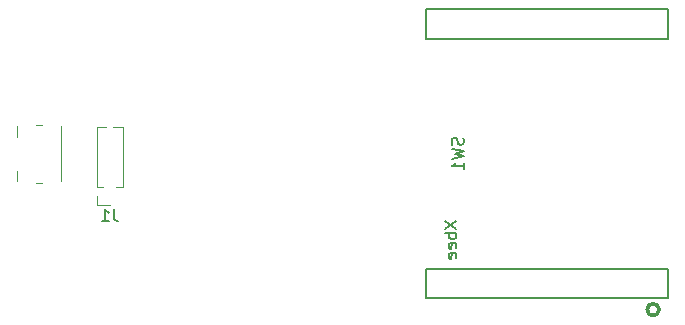
<source format=gbo>
G04 #@! TF.GenerationSoftware,KiCad,Pcbnew,(6.0.1)*
G04 #@! TF.CreationDate,2022-04-06T23:24:07+09:00*
G04 #@! TF.ProjectId,xbee-gyro20220207,78626565-2d67-4797-926f-323032323032,V1.1*
G04 #@! TF.SameCoordinates,Original*
G04 #@! TF.FileFunction,Legend,Bot*
G04 #@! TF.FilePolarity,Positive*
%FSLAX46Y46*%
G04 Gerber Fmt 4.6, Leading zero omitted, Abs format (unit mm)*
G04 Created by KiCad (PCBNEW (6.0.1)) date 2022-04-06 23:24:07*
%MOMM*%
%LPD*%
G01*
G04 APERTURE LIST*
%ADD10C,0.150000*%
%ADD11C,0.203200*%
%ADD12C,0.300000*%
%ADD13C,0.120000*%
G04 APERTURE END LIST*
D10*
X82352380Y-120673928D02*
X83352380Y-121340595D01*
X82352380Y-121340595D02*
X83352380Y-120673928D01*
X83352380Y-121721547D02*
X82352380Y-121721547D01*
X82733333Y-121721547D02*
X82685714Y-121816785D01*
X82685714Y-122007261D01*
X82733333Y-122102500D01*
X82780952Y-122150119D01*
X82876190Y-122197738D01*
X83161904Y-122197738D01*
X83257142Y-122150119D01*
X83304761Y-122102500D01*
X83352380Y-122007261D01*
X83352380Y-121816785D01*
X83304761Y-121721547D01*
X83304761Y-123007261D02*
X83352380Y-122912023D01*
X83352380Y-122721547D01*
X83304761Y-122626309D01*
X83209523Y-122578690D01*
X82828571Y-122578690D01*
X82733333Y-122626309D01*
X82685714Y-122721547D01*
X82685714Y-122912023D01*
X82733333Y-123007261D01*
X82828571Y-123054880D01*
X82923809Y-123054880D01*
X83019047Y-122578690D01*
X83304761Y-123864404D02*
X83352380Y-123769166D01*
X83352380Y-123578690D01*
X83304761Y-123483452D01*
X83209523Y-123435833D01*
X82828571Y-123435833D01*
X82733333Y-123483452D01*
X82685714Y-123578690D01*
X82685714Y-123769166D01*
X82733333Y-123864404D01*
X82828571Y-123912023D01*
X82923809Y-123912023D01*
X83019047Y-123435833D01*
X83904761Y-113666666D02*
X83952380Y-113809523D01*
X83952380Y-114047619D01*
X83904761Y-114142857D01*
X83857142Y-114190476D01*
X83761904Y-114238095D01*
X83666666Y-114238095D01*
X83571428Y-114190476D01*
X83523809Y-114142857D01*
X83476190Y-114047619D01*
X83428571Y-113857142D01*
X83380952Y-113761904D01*
X83333333Y-113714285D01*
X83238095Y-113666666D01*
X83142857Y-113666666D01*
X83047619Y-113714285D01*
X83000000Y-113761904D01*
X82952380Y-113857142D01*
X82952380Y-114095238D01*
X83000000Y-114238095D01*
X82952380Y-114571428D02*
X83952380Y-114809523D01*
X83238095Y-115000000D01*
X83952380Y-115190476D01*
X82952380Y-115428571D01*
X83952380Y-116333333D02*
X83952380Y-115761904D01*
X83952380Y-116047619D02*
X82952380Y-116047619D01*
X83095238Y-115952380D01*
X83190476Y-115857142D01*
X83238095Y-115761904D01*
X54333333Y-119697380D02*
X54333333Y-120411666D01*
X54380952Y-120554523D01*
X54476190Y-120649761D01*
X54619047Y-120697380D01*
X54714285Y-120697380D01*
X53333333Y-120697380D02*
X53904761Y-120697380D01*
X53619047Y-120697380D02*
X53619047Y-119697380D01*
X53714285Y-119840238D01*
X53809523Y-119935476D01*
X53904761Y-119983095D01*
D11*
X101250000Y-124750000D02*
X101250000Y-127250000D01*
X80750000Y-127250000D02*
X80750000Y-124750000D01*
X80750000Y-102750000D02*
X80750000Y-105250000D01*
X101250000Y-102750000D02*
X80750000Y-102750000D01*
X101250000Y-124750000D02*
X80750000Y-124750000D01*
X101250000Y-127250000D02*
X80750000Y-127250000D01*
X101250000Y-105250000D02*
X101250000Y-102750000D01*
X101250000Y-105250000D02*
X80750000Y-105250000D01*
D12*
X100500000Y-128200000D02*
G75*
G03*
X100500000Y-128200000I-500000J0D01*
G01*
D13*
X46150000Y-113575000D02*
X46150000Y-112650000D01*
X48275000Y-112550000D02*
X47725000Y-112550000D01*
X46150000Y-117350000D02*
X46150000Y-116425000D01*
X48275000Y-117450000D02*
X47725000Y-117450000D01*
X49850000Y-117350000D02*
X49850000Y-112650000D01*
X54307530Y-112775000D02*
X55110000Y-112775000D01*
X52890000Y-119310000D02*
X54000000Y-119310000D01*
X52890000Y-117790000D02*
X52890000Y-112775000D01*
X55110000Y-117790000D02*
X55110000Y-112775000D01*
X52890000Y-112775000D02*
X53692470Y-112775000D01*
X52890000Y-118550000D02*
X52890000Y-119310000D01*
X54563471Y-117790000D02*
X55110000Y-117790000D01*
X52890000Y-117790000D02*
X53436529Y-117790000D01*
M02*

</source>
